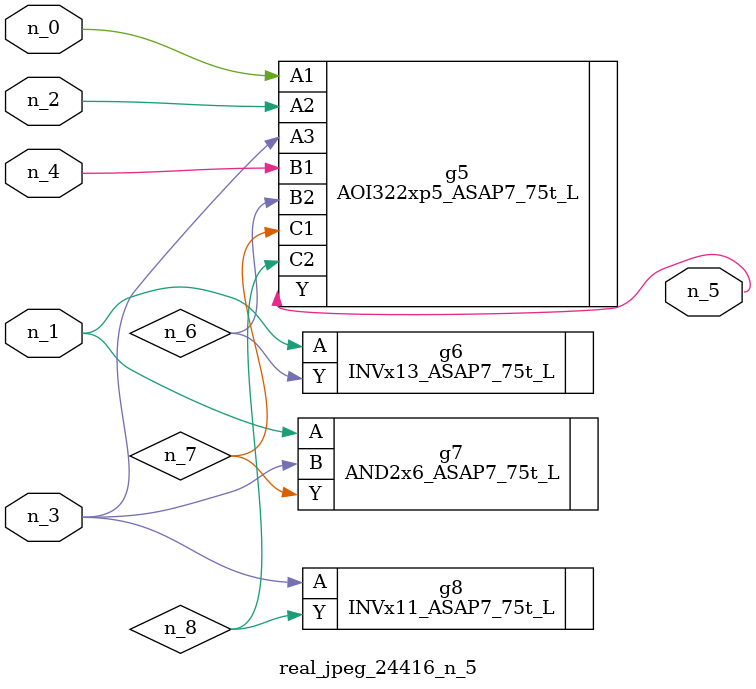
<source format=v>
module real_jpeg_24416_n_5 (n_4, n_0, n_1, n_2, n_3, n_5);

input n_4;
input n_0;
input n_1;
input n_2;
input n_3;

output n_5;

wire n_8;
wire n_6;
wire n_7;

AOI322xp5_ASAP7_75t_L g5 ( 
.A1(n_0),
.A2(n_2),
.A3(n_3),
.B1(n_4),
.B2(n_6),
.C1(n_7),
.C2(n_8),
.Y(n_5)
);

INVx13_ASAP7_75t_L g6 ( 
.A(n_1),
.Y(n_6)
);

AND2x6_ASAP7_75t_L g7 ( 
.A(n_1),
.B(n_3),
.Y(n_7)
);

INVx11_ASAP7_75t_L g8 ( 
.A(n_3),
.Y(n_8)
);


endmodule
</source>
